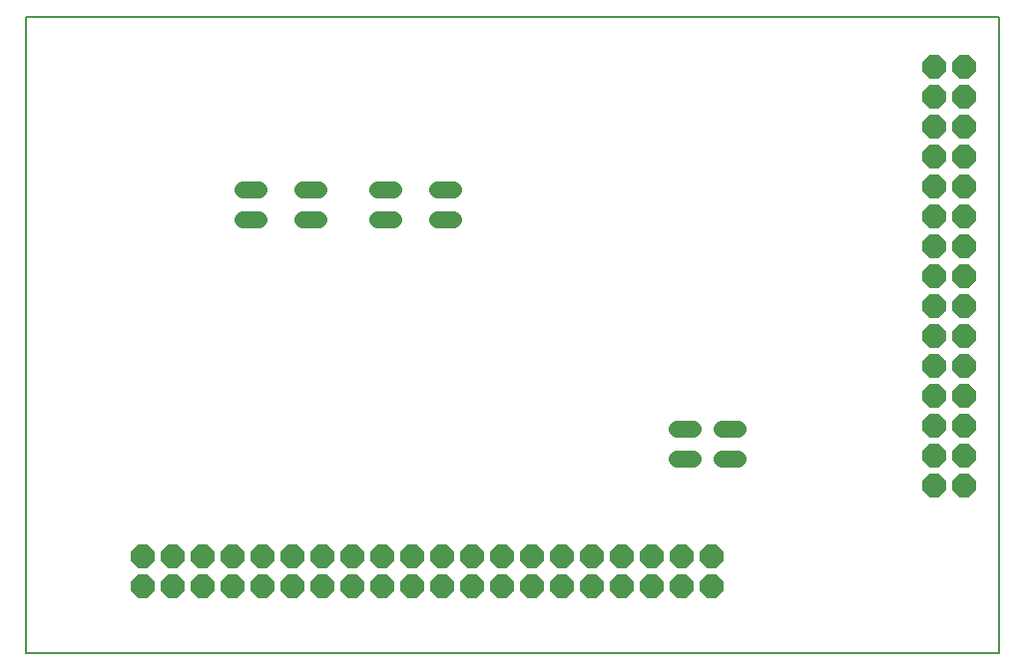
<source format=gbs>
G75*
%MOIN*%
%OFA0B0*%
%FSLAX25Y25*%
%IPPOS*%
%LPD*%
%AMOC8*
5,1,8,0,0,1.08239X$1,22.5*
%
%ADD10C,0.00800*%
%ADD11OC8,0.07900*%
%ADD12C,0.05800*%
D10*
X0210000Y0455000D02*
X0210000Y0667500D01*
X0535000Y0667500D01*
X0535000Y0455000D01*
X0210000Y0455000D01*
D11*
X0249000Y0477400D03*
X0249000Y0487400D03*
X0259000Y0487400D03*
X0259000Y0477400D03*
X0269000Y0477400D03*
X0269000Y0487400D03*
X0279000Y0487400D03*
X0279000Y0477400D03*
X0289000Y0477400D03*
X0289000Y0487400D03*
X0299000Y0487400D03*
X0299000Y0477400D03*
X0309000Y0477400D03*
X0309000Y0487400D03*
X0319000Y0487400D03*
X0319000Y0477400D03*
X0329000Y0477400D03*
X0329000Y0487400D03*
X0339000Y0487400D03*
X0339000Y0477400D03*
X0349000Y0477400D03*
X0349000Y0487400D03*
X0359000Y0487400D03*
X0359000Y0477400D03*
X0369000Y0477400D03*
X0369000Y0487400D03*
X0379000Y0487400D03*
X0379000Y0477400D03*
X0389000Y0477400D03*
X0389000Y0487400D03*
X0399000Y0487400D03*
X0399000Y0477400D03*
X0409000Y0477400D03*
X0409000Y0487400D03*
X0419000Y0487400D03*
X0419000Y0477400D03*
X0429000Y0477400D03*
X0429000Y0487400D03*
X0439000Y0487400D03*
X0439000Y0477400D03*
X0513500Y0511000D03*
X0513500Y0521000D03*
X0513500Y0531000D03*
X0513500Y0541000D03*
X0513500Y0551000D03*
X0513500Y0561000D03*
X0513500Y0571000D03*
X0513500Y0581000D03*
X0513500Y0591000D03*
X0513500Y0601000D03*
X0513500Y0611000D03*
X0513500Y0621000D03*
X0513500Y0631000D03*
X0513500Y0641000D03*
X0513500Y0651000D03*
X0523500Y0651000D03*
X0523500Y0641000D03*
X0523500Y0631000D03*
X0523500Y0621000D03*
X0523500Y0611000D03*
X0523500Y0601000D03*
X0523500Y0591000D03*
X0523500Y0581000D03*
X0523500Y0571000D03*
X0523500Y0561000D03*
X0523500Y0551000D03*
X0523500Y0541000D03*
X0523500Y0531000D03*
X0523500Y0521000D03*
X0523500Y0511000D03*
D12*
X0447700Y0520000D02*
X0442300Y0520000D01*
X0432700Y0520000D02*
X0427300Y0520000D01*
X0427300Y0530000D02*
X0432700Y0530000D01*
X0442300Y0530000D02*
X0447700Y0530000D01*
X0352700Y0600000D02*
X0347300Y0600000D01*
X0347300Y0610000D02*
X0352700Y0610000D01*
X0332700Y0610000D02*
X0327300Y0610000D01*
X0327300Y0600000D02*
X0332700Y0600000D01*
X0307700Y0600000D02*
X0302300Y0600000D01*
X0302300Y0610000D02*
X0307700Y0610000D01*
X0287700Y0610000D02*
X0282300Y0610000D01*
X0282300Y0600000D02*
X0287700Y0600000D01*
M02*

</source>
